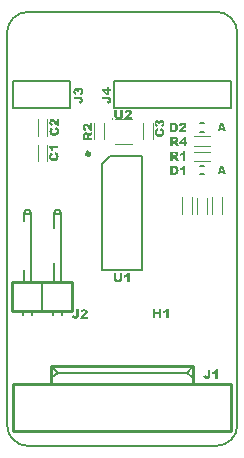
<source format=gto>
G04*
G04 #@! TF.GenerationSoftware,Altium Limited,Altium Designer,23.0.1 (38)*
G04*
G04 Layer_Color=65535*
%FSLAX24Y24*%
%MOIN*%
G70*
G04*
G04 #@! TF.SameCoordinates,212204B1-6FDB-4007-BCD0-930B6937FDD8*
G04*
G04*
G04 #@! TF.FilePolarity,Positive*
G04*
G01*
G75*
%ADD10C,0.0080*%
%ADD11C,0.0157*%
%ADD12C,0.0050*%
%ADD13C,0.0060*%
%ADD14C,0.0030*%
%ADD15C,0.0059*%
%ADD16C,0.0100*%
%ADD17C,0.0079*%
%ADD18C,0.0040*%
G36*
X7296Y10500D02*
X7214D01*
X7201Y10542D01*
X7112D01*
X7100Y10500D01*
X7020D01*
X7115Y10753D01*
X7201D01*
X7296Y10500D01*
D02*
G37*
G36*
Y9060D02*
X7214D01*
X7201Y9102D01*
X7112D01*
X7100Y9060D01*
X7020D01*
X7115Y9313D01*
X7201D01*
X7296Y9060D01*
D02*
G37*
G36*
X5974Y10118D02*
X6012D01*
Y10052D01*
X5974D01*
Y9995D01*
X5900D01*
Y10052D01*
X5746D01*
Y10121D01*
X5900Y10305D01*
X5974D01*
Y10118D01*
D02*
G37*
G36*
X5610Y10299D02*
X5620Y10298D01*
X5630Y10298D01*
X5641Y10296D01*
X5652Y10295D01*
X5661Y10292D01*
X5662Y10291D01*
X5665Y10290D01*
X5669Y10288D01*
X5674Y10286D01*
X5681Y10282D01*
X5687Y10277D01*
X5693Y10271D01*
X5698Y10264D01*
X5699Y10263D01*
X5701Y10261D01*
X5703Y10256D01*
X5706Y10250D01*
X5708Y10243D01*
X5711Y10235D01*
X5712Y10225D01*
X5713Y10215D01*
Y10214D01*
Y10210D01*
X5712Y10206D01*
X5712Y10200D01*
X5710Y10193D01*
X5708Y10186D01*
X5706Y10178D01*
X5702Y10171D01*
X5701Y10170D01*
X5700Y10168D01*
X5697Y10165D01*
X5694Y10160D01*
X5689Y10156D01*
X5684Y10151D01*
X5678Y10146D01*
X5672Y10141D01*
X5671Y10141D01*
X5669Y10140D01*
X5667Y10139D01*
X5663Y10137D01*
X5658Y10135D01*
X5653Y10133D01*
X5646Y10131D01*
X5639Y10129D01*
X5640D01*
X5642Y10128D01*
X5645Y10127D01*
X5648Y10126D01*
X5656Y10122D01*
X5660Y10120D01*
X5663Y10118D01*
X5664Y10118D01*
X5666Y10116D01*
X5667Y10115D01*
X5669Y10113D01*
X5672Y10110D01*
X5675Y10106D01*
X5678Y10102D01*
X5679Y10101D01*
X5680Y10100D01*
X5682Y10098D01*
X5684Y10095D01*
X5688Y10089D01*
X5690Y10086D01*
X5692Y10083D01*
X5738Y9995D01*
X5631D01*
X5581Y10088D01*
X5580Y10089D01*
X5579Y10091D01*
X5577Y10094D01*
X5575Y10098D01*
X5570Y10105D01*
X5566Y10109D01*
X5563Y10111D01*
X5563Y10112D01*
X5562Y10113D01*
X5560Y10114D01*
X5557Y10115D01*
X5554Y10116D01*
X5550Y10118D01*
X5545Y10118D01*
X5540Y10119D01*
X5532D01*
Y9995D01*
X5438D01*
Y10300D01*
X5606D01*
X5610Y10299D01*
D02*
G37*
G36*
X5944Y9505D02*
X5858D01*
Y9707D01*
X5857Y9707D01*
X5855Y9705D01*
X5851Y9702D01*
X5846Y9698D01*
X5840Y9694D01*
X5832Y9690D01*
X5825Y9685D01*
X5818Y9681D01*
X5817Y9681D01*
X5815Y9680D01*
X5810Y9678D01*
X5805Y9676D01*
X5797Y9673D01*
X5790Y9670D01*
X5780Y9667D01*
X5770Y9664D01*
Y9732D01*
X5770D01*
X5771Y9733D01*
X5774Y9734D01*
X5777Y9735D01*
X5780Y9736D01*
X5785Y9738D01*
X5794Y9742D01*
X5805Y9747D01*
X5816Y9752D01*
X5827Y9759D01*
X5836Y9766D01*
X5837D01*
X5837Y9767D01*
X5840Y9769D01*
X5845Y9773D01*
X5850Y9780D01*
X5856Y9786D01*
X5862Y9795D01*
X5868Y9804D01*
X5874Y9815D01*
X5944D01*
Y9505D01*
D02*
G37*
G36*
X5608Y9809D02*
X5618Y9808D01*
X5628Y9808D01*
X5639Y9806D01*
X5650Y9805D01*
X5659Y9802D01*
X5660Y9801D01*
X5663Y9800D01*
X5668Y9798D01*
X5673Y9796D01*
X5679Y9792D01*
X5685Y9787D01*
X5691Y9781D01*
X5696Y9774D01*
X5697Y9773D01*
X5699Y9771D01*
X5701Y9766D01*
X5704Y9760D01*
X5706Y9753D01*
X5709Y9745D01*
X5710Y9735D01*
X5711Y9725D01*
Y9724D01*
Y9720D01*
X5710Y9716D01*
X5710Y9710D01*
X5708Y9703D01*
X5706Y9696D01*
X5704Y9688D01*
X5700Y9681D01*
X5699Y9680D01*
X5698Y9678D01*
X5695Y9675D01*
X5692Y9670D01*
X5688Y9666D01*
X5683Y9661D01*
X5676Y9656D01*
X5670Y9651D01*
X5669Y9651D01*
X5668Y9650D01*
X5665Y9649D01*
X5661Y9647D01*
X5656Y9645D01*
X5651Y9643D01*
X5644Y9641D01*
X5637Y9639D01*
X5638D01*
X5640Y9638D01*
X5643Y9637D01*
X5646Y9636D01*
X5654Y9632D01*
X5658Y9630D01*
X5661Y9628D01*
X5663Y9628D01*
X5664Y9626D01*
X5665Y9625D01*
X5668Y9623D01*
X5670Y9620D01*
X5673Y9616D01*
X5676Y9612D01*
X5677Y9611D01*
X5678Y9610D01*
X5680Y9608D01*
X5682Y9605D01*
X5686Y9599D01*
X5688Y9596D01*
X5690Y9593D01*
X5736Y9505D01*
X5629D01*
X5579Y9598D01*
X5578Y9599D01*
X5577Y9601D01*
X5575Y9604D01*
X5573Y9608D01*
X5568Y9615D01*
X5564Y9619D01*
X5562Y9621D01*
X5561Y9622D01*
X5560Y9623D01*
X5558Y9624D01*
X5555Y9625D01*
X5552Y9626D01*
X5548Y9628D01*
X5543Y9628D01*
X5538Y9629D01*
X5530D01*
Y9505D01*
X5436D01*
Y9810D01*
X5604D01*
X5608Y9809D01*
D02*
G37*
G36*
X5944Y9035D02*
X5858D01*
Y9237D01*
X5857Y9237D01*
X5855Y9235D01*
X5851Y9232D01*
X5846Y9228D01*
X5840Y9224D01*
X5832Y9220D01*
X5825Y9215D01*
X5818Y9211D01*
X5817Y9211D01*
X5815Y9210D01*
X5810Y9208D01*
X5805Y9206D01*
X5797Y9203D01*
X5790Y9200D01*
X5780Y9197D01*
X5770Y9194D01*
Y9262D01*
X5770D01*
X5771Y9263D01*
X5774Y9264D01*
X5777Y9265D01*
X5780Y9266D01*
X5785Y9268D01*
X5794Y9272D01*
X5805Y9277D01*
X5816Y9282D01*
X5827Y9289D01*
X5836Y9296D01*
X5837D01*
X5837Y9297D01*
X5840Y9299D01*
X5845Y9304D01*
X5850Y9310D01*
X5856Y9316D01*
X5862Y9325D01*
X5868Y9334D01*
X5874Y9345D01*
X5944D01*
Y9035D01*
D02*
G37*
G36*
X5586Y9339D02*
X5590D01*
X5599Y9338D01*
X5610Y9337D01*
X5621Y9335D01*
X5633Y9332D01*
X5643Y9328D01*
X5643D01*
X5644Y9327D01*
X5647Y9326D01*
X5651Y9323D01*
X5658Y9320D01*
X5664Y9315D01*
X5671Y9310D01*
X5678Y9303D01*
X5685Y9296D01*
X5685Y9295D01*
X5688Y9292D01*
X5690Y9288D01*
X5694Y9282D01*
X5698Y9275D01*
X5702Y9266D01*
X5705Y9257D01*
X5709Y9247D01*
Y9246D01*
X5709Y9246D01*
Y9244D01*
X5710Y9242D01*
X5711Y9236D01*
X5712Y9229D01*
X5714Y9220D01*
X5715Y9210D01*
X5716Y9200D01*
X5716Y9188D01*
Y9187D01*
Y9186D01*
Y9184D01*
Y9180D01*
X5716Y9176D01*
Y9171D01*
X5715Y9160D01*
X5714Y9149D01*
X5711Y9136D01*
X5709Y9124D01*
X5705Y9113D01*
Y9112D01*
X5704Y9111D01*
X5702Y9108D01*
X5700Y9103D01*
X5697Y9097D01*
X5692Y9090D01*
X5687Y9083D01*
X5681Y9075D01*
X5674Y9068D01*
X5673Y9067D01*
X5670Y9065D01*
X5666Y9062D01*
X5661Y9058D01*
X5655Y9054D01*
X5648Y9050D01*
X5640Y9046D01*
X5632Y9043D01*
X5631D01*
X5631Y9043D01*
X5629D01*
X5627Y9042D01*
X5621Y9041D01*
X5613Y9039D01*
X5605Y9038D01*
X5595Y9037D01*
X5585Y9036D01*
X5575Y9035D01*
X5436D01*
Y9340D01*
X5582D01*
X5586Y9339D01*
D02*
G37*
G36*
X5868Y10774D02*
X5872D01*
X5882Y10773D01*
X5893Y10772D01*
X5905Y10770D01*
X5916Y10767D01*
X5926Y10764D01*
X5926D01*
X5927Y10763D01*
X5930Y10762D01*
X5935Y10760D01*
X5940Y10756D01*
X5946Y10752D01*
X5953Y10747D01*
X5960Y10740D01*
X5965Y10733D01*
X5966Y10732D01*
X5968Y10729D01*
X5970Y10725D01*
X5972Y10719D01*
X5975Y10712D01*
X5978Y10704D01*
X5979Y10695D01*
X5980Y10686D01*
Y10685D01*
Y10685D01*
Y10683D01*
Y10681D01*
X5979Y10676D01*
X5978Y10669D01*
X5976Y10661D01*
X5972Y10651D01*
X5969Y10642D01*
X5963Y10632D01*
X5963Y10631D01*
X5960Y10628D01*
X5956Y10623D01*
X5950Y10616D01*
X5941Y10608D01*
X5936Y10604D01*
X5931Y10599D01*
X5925Y10594D01*
X5919Y10588D01*
X5911Y10583D01*
X5904Y10577D01*
X5903Y10576D01*
X5900Y10574D01*
X5895Y10571D01*
X5890Y10567D01*
X5884Y10563D01*
X5878Y10559D01*
X5873Y10555D01*
X5869Y10552D01*
X5869Y10551D01*
X5868Y10551D01*
X5866Y10549D01*
X5864Y10548D01*
X5858Y10541D01*
X5849Y10534D01*
X5982D01*
Y10465D01*
X5728D01*
Y10466D01*
Y10467D01*
X5728Y10469D01*
X5729Y10472D01*
X5729Y10475D01*
X5730Y10479D01*
X5733Y10488D01*
X5736Y10499D01*
X5741Y10510D01*
X5747Y10523D01*
X5754Y10535D01*
X5754Y10536D01*
X5755Y10537D01*
X5756Y10539D01*
X5758Y10541D01*
X5761Y10544D01*
X5764Y10548D01*
X5768Y10553D01*
X5773Y10558D01*
X5778Y10563D01*
X5784Y10569D01*
X5790Y10575D01*
X5798Y10583D01*
X5807Y10590D01*
X5816Y10598D01*
X5826Y10605D01*
X5837Y10614D01*
X5838Y10614D01*
X5839Y10615D01*
X5840Y10616D01*
X5843Y10618D01*
X5849Y10623D01*
X5857Y10629D01*
X5865Y10636D01*
X5873Y10643D01*
X5880Y10650D01*
X5883Y10653D01*
X5885Y10656D01*
X5885Y10656D01*
X5886Y10658D01*
X5888Y10661D01*
X5890Y10665D01*
X5892Y10669D01*
X5894Y10674D01*
X5895Y10678D01*
X5895Y10683D01*
Y10684D01*
Y10685D01*
X5895Y10688D01*
X5894Y10691D01*
X5893Y10695D01*
X5891Y10699D01*
X5888Y10703D01*
X5885Y10707D01*
X5884Y10707D01*
X5883Y10709D01*
X5881Y10710D01*
X5878Y10712D01*
X5874Y10714D01*
X5869Y10715D01*
X5864Y10716D01*
X5859Y10717D01*
X5856D01*
X5853Y10716D01*
X5849Y10716D01*
X5845Y10714D01*
X5841Y10712D01*
X5837Y10710D01*
X5832Y10706D01*
X5832Y10706D01*
X5830Y10705D01*
X5829Y10702D01*
X5827Y10698D01*
X5824Y10693D01*
X5822Y10687D01*
X5820Y10680D01*
X5819Y10671D01*
X5734Y10677D01*
Y10678D01*
Y10679D01*
X5734Y10681D01*
X5735Y10684D01*
X5736Y10690D01*
X5738Y10698D01*
X5741Y10707D01*
X5743Y10716D01*
X5747Y10725D01*
X5752Y10733D01*
X5752Y10734D01*
X5754Y10736D01*
X5757Y10740D01*
X5762Y10744D01*
X5767Y10749D01*
X5773Y10754D01*
X5780Y10759D01*
X5789Y10763D01*
X5790D01*
X5790Y10764D01*
X5794Y10765D01*
X5799Y10767D01*
X5807Y10769D01*
X5817Y10771D01*
X5828Y10773D01*
X5842Y10774D01*
X5857Y10775D01*
X5864D01*
X5868Y10774D01*
D02*
G37*
G36*
X5568Y10769D02*
X5572D01*
X5581Y10768D01*
X5592Y10767D01*
X5603Y10765D01*
X5615Y10762D01*
X5625Y10758D01*
X5625D01*
X5626Y10757D01*
X5629Y10756D01*
X5633Y10753D01*
X5640Y10750D01*
X5646Y10745D01*
X5653Y10740D01*
X5660Y10733D01*
X5667Y10726D01*
X5667Y10725D01*
X5669Y10722D01*
X5672Y10718D01*
X5676Y10712D01*
X5680Y10705D01*
X5684Y10696D01*
X5687Y10687D01*
X5691Y10677D01*
Y10676D01*
X5691Y10676D01*
Y10674D01*
X5692Y10672D01*
X5693Y10666D01*
X5694Y10659D01*
X5696Y10650D01*
X5697Y10640D01*
X5698Y10630D01*
X5698Y10618D01*
Y10618D01*
Y10616D01*
Y10614D01*
Y10610D01*
X5698Y10606D01*
Y10601D01*
X5697Y10590D01*
X5696Y10579D01*
X5693Y10566D01*
X5691Y10554D01*
X5687Y10543D01*
Y10542D01*
X5686Y10541D01*
X5684Y10538D01*
X5682Y10533D01*
X5679Y10527D01*
X5674Y10520D01*
X5669Y10513D01*
X5663Y10505D01*
X5656Y10498D01*
X5654Y10497D01*
X5652Y10495D01*
X5648Y10492D01*
X5643Y10488D01*
X5637Y10484D01*
X5630Y10480D01*
X5622Y10476D01*
X5614Y10473D01*
X5613D01*
X5613Y10473D01*
X5611D01*
X5609Y10472D01*
X5603Y10471D01*
X5595Y10469D01*
X5587Y10468D01*
X5577Y10467D01*
X5567Y10466D01*
X5557Y10465D01*
X5418D01*
Y10770D01*
X5564D01*
X5568Y10769D01*
D02*
G37*
G36*
X1712Y9925D02*
X1510D01*
X1511Y9923D01*
X1513Y9921D01*
X1516Y9917D01*
X1519Y9912D01*
X1523Y9906D01*
X1528Y9898D01*
X1532Y9891D01*
X1536Y9884D01*
X1537Y9883D01*
X1538Y9881D01*
X1539Y9876D01*
X1542Y9871D01*
X1544Y9863D01*
X1548Y9856D01*
X1551Y9846D01*
X1554Y9836D01*
X1485D01*
Y9836D01*
X1485Y9837D01*
X1483Y9840D01*
X1483Y9843D01*
X1481Y9846D01*
X1480Y9851D01*
X1476Y9860D01*
X1471Y9871D01*
X1465Y9882D01*
X1459Y9893D01*
X1452Y9902D01*
Y9903D01*
X1451Y9903D01*
X1448Y9906D01*
X1444Y9911D01*
X1438Y9916D01*
X1431Y9922D01*
X1423Y9928D01*
X1413Y9935D01*
X1403Y9940D01*
Y10010D01*
X1712D01*
Y9925D01*
D02*
G37*
G36*
X1614Y9786D02*
X1616Y9785D01*
X1618Y9785D01*
X1625Y9783D01*
X1633Y9780D01*
X1642Y9776D01*
X1652Y9771D01*
X1661Y9766D01*
X1670Y9760D01*
X1672Y9759D01*
X1674Y9756D01*
X1678Y9753D01*
X1684Y9747D01*
X1689Y9741D01*
X1695Y9734D01*
X1700Y9725D01*
X1705Y9715D01*
Y9715D01*
X1706Y9714D01*
X1707Y9713D01*
X1707Y9711D01*
X1709Y9705D01*
X1711Y9697D01*
X1713Y9688D01*
X1715Y9676D01*
X1717Y9663D01*
X1717Y9648D01*
Y9640D01*
X1717Y9635D01*
Y9631D01*
X1716Y9625D01*
X1715Y9619D01*
X1714Y9607D01*
X1711Y9593D01*
X1708Y9579D01*
X1703Y9567D01*
Y9566D01*
X1703Y9565D01*
X1702Y9564D01*
X1700Y9562D01*
X1697Y9555D01*
X1692Y9548D01*
X1684Y9540D01*
X1676Y9531D01*
X1665Y9522D01*
X1653Y9513D01*
X1652D01*
X1651Y9512D01*
X1649Y9511D01*
X1646Y9509D01*
X1643Y9508D01*
X1638Y9506D01*
X1633Y9503D01*
X1627Y9502D01*
X1621Y9499D01*
X1614Y9497D01*
X1606Y9496D01*
X1598Y9493D01*
X1589Y9492D01*
X1579Y9491D01*
X1559Y9490D01*
X1558D01*
X1556D01*
X1552Y9491D01*
X1547D01*
X1541Y9491D01*
X1533Y9492D01*
X1526Y9493D01*
X1517Y9495D01*
X1507Y9497D01*
X1498Y9500D01*
X1488Y9503D01*
X1478Y9507D01*
X1469Y9512D01*
X1460Y9517D01*
X1451Y9523D01*
X1443Y9530D01*
X1443Y9531D01*
X1442Y9532D01*
X1440Y9534D01*
X1437Y9537D01*
X1434Y9542D01*
X1431Y9547D01*
X1427Y9552D01*
X1423Y9559D01*
X1420Y9567D01*
X1416Y9575D01*
X1412Y9585D01*
X1409Y9595D01*
X1407Y9606D01*
X1405Y9618D01*
X1403Y9630D01*
X1403Y9644D01*
Y9649D01*
X1403Y9653D01*
Y9658D01*
X1404Y9664D01*
X1405Y9670D01*
X1406Y9676D01*
X1408Y9691D01*
X1413Y9706D01*
X1418Y9721D01*
X1422Y9728D01*
X1426Y9734D01*
Y9735D01*
X1427Y9736D01*
X1428Y9738D01*
X1431Y9740D01*
X1433Y9743D01*
X1436Y9746D01*
X1440Y9749D01*
X1444Y9753D01*
X1448Y9757D01*
X1454Y9761D01*
X1460Y9765D01*
X1466Y9769D01*
X1473Y9773D01*
X1481Y9777D01*
X1489Y9780D01*
X1498Y9784D01*
X1516Y9700D01*
X1516D01*
X1514Y9700D01*
X1511Y9699D01*
X1508Y9698D01*
X1502Y9694D01*
X1499Y9693D01*
X1496Y9691D01*
X1496Y9690D01*
X1495Y9690D01*
X1492Y9688D01*
X1490Y9685D01*
X1485Y9679D01*
X1480Y9671D01*
X1479Y9671D01*
X1478Y9670D01*
X1477Y9667D01*
X1476Y9664D01*
X1475Y9660D01*
X1475Y9656D01*
X1473Y9651D01*
Y9643D01*
X1474Y9641D01*
X1475Y9635D01*
X1477Y9628D01*
X1480Y9620D01*
X1485Y9612D01*
X1491Y9604D01*
X1495Y9600D01*
X1500Y9597D01*
X1501Y9597D01*
X1503Y9595D01*
X1508Y9593D01*
X1514Y9591D01*
X1522Y9588D01*
X1532Y9587D01*
X1544Y9585D01*
X1559Y9584D01*
X1559D01*
X1561D01*
X1564D01*
X1567D01*
X1571Y9585D01*
X1576D01*
X1587Y9586D01*
X1598Y9588D01*
X1609Y9590D01*
X1620Y9594D01*
X1624Y9597D01*
X1628Y9599D01*
X1629Y9600D01*
X1631Y9602D01*
X1634Y9606D01*
X1637Y9610D01*
X1641Y9617D01*
X1644Y9624D01*
X1646Y9633D01*
X1647Y9643D01*
Y9647D01*
X1646Y9652D01*
X1645Y9658D01*
X1643Y9665D01*
X1640Y9671D01*
X1637Y9678D01*
X1632Y9684D01*
X1631Y9684D01*
X1629Y9686D01*
X1625Y9689D01*
X1620Y9691D01*
X1614Y9695D01*
X1607Y9698D01*
X1598Y9701D01*
X1587Y9704D01*
X1613Y9786D01*
X1613D01*
X1614Y9786D01*
D02*
G37*
G36*
X2395Y4382D02*
Y4381D01*
Y4380D01*
Y4377D01*
Y4374D01*
Y4369D01*
X2395Y4364D01*
X2394Y4353D01*
X2393Y4340D01*
X2391Y4326D01*
X2389Y4314D01*
X2388Y4308D01*
X2386Y4303D01*
Y4302D01*
X2385Y4301D01*
X2384Y4298D01*
X2381Y4293D01*
X2378Y4286D01*
X2373Y4279D01*
X2366Y4272D01*
X2358Y4264D01*
X2349Y4257D01*
X2348D01*
X2348Y4256D01*
X2346Y4255D01*
X2344Y4254D01*
X2341Y4252D01*
X2338Y4251D01*
X2329Y4248D01*
X2319Y4244D01*
X2307Y4241D01*
X2293Y4239D01*
X2277Y4238D01*
X2269D01*
X2265Y4239D01*
X2261D01*
X2251Y4240D01*
X2239Y4241D01*
X2228Y4243D01*
X2216Y4247D01*
X2206Y4250D01*
X2204Y4251D01*
X2202Y4253D01*
X2197Y4255D01*
X2191Y4259D01*
X2185Y4265D01*
X2179Y4271D01*
X2172Y4278D01*
X2167Y4286D01*
Y4287D01*
X2166Y4288D01*
X2164Y4291D01*
X2162Y4296D01*
X2159Y4303D01*
X2157Y4312D01*
X2154Y4322D01*
X2152Y4334D01*
X2151Y4346D01*
X2240Y4359D01*
Y4358D01*
Y4355D01*
Y4351D01*
X2241Y4347D01*
X2242Y4337D01*
X2243Y4333D01*
X2244Y4328D01*
Y4328D01*
X2244Y4326D01*
X2245Y4325D01*
X2247Y4323D01*
X2250Y4318D01*
X2255Y4313D01*
X2256Y4313D01*
X2259Y4311D01*
X2264Y4310D01*
X2270Y4309D01*
X2273D01*
X2276Y4310D01*
X2279Y4311D01*
X2283Y4312D01*
X2287Y4314D01*
X2290Y4317D01*
X2293Y4321D01*
X2294Y4321D01*
X2294Y4323D01*
X2295Y4326D01*
X2297Y4330D01*
X2299Y4336D01*
X2300Y4343D01*
X2300Y4351D01*
X2301Y4360D01*
Y4547D01*
X2395D01*
Y4382D01*
D02*
G37*
G36*
X2578Y4552D02*
X2582D01*
X2592Y4551D01*
X2603Y4550D01*
X2615Y4548D01*
X2626Y4545D01*
X2636Y4542D01*
X2637D01*
X2637Y4541D01*
X2640Y4540D01*
X2645Y4537D01*
X2651Y4534D01*
X2657Y4530D01*
X2663Y4525D01*
X2670Y4518D01*
X2676Y4511D01*
X2676Y4510D01*
X2678Y4507D01*
X2680Y4503D01*
X2683Y4497D01*
X2686Y4490D01*
X2688Y4482D01*
X2689Y4473D01*
X2690Y4464D01*
Y4463D01*
Y4462D01*
Y4461D01*
Y4459D01*
X2689Y4454D01*
X2688Y4446D01*
X2686Y4439D01*
X2683Y4429D01*
X2679Y4420D01*
X2673Y4410D01*
X2673Y4409D01*
X2670Y4406D01*
X2666Y4401D01*
X2660Y4394D01*
X2652Y4386D01*
X2647Y4381D01*
X2642Y4376D01*
X2636Y4371D01*
X2629Y4366D01*
X2622Y4360D01*
X2614Y4355D01*
X2613Y4354D01*
X2610Y4352D01*
X2606Y4349D01*
X2600Y4345D01*
X2595Y4341D01*
X2588Y4337D01*
X2583Y4333D01*
X2580Y4330D01*
X2579Y4329D01*
X2578Y4329D01*
X2576Y4327D01*
X2574Y4325D01*
X2568Y4319D01*
X2560Y4312D01*
X2692D01*
Y4243D01*
X2438D01*
Y4244D01*
Y4245D01*
X2439Y4247D01*
X2439Y4249D01*
X2440Y4253D01*
X2440Y4257D01*
X2443Y4266D01*
X2446Y4277D01*
X2451Y4288D01*
X2457Y4301D01*
X2464Y4313D01*
X2465Y4314D01*
X2465Y4315D01*
X2466Y4316D01*
X2469Y4319D01*
X2471Y4322D01*
X2474Y4326D01*
X2479Y4330D01*
X2483Y4335D01*
X2488Y4341D01*
X2494Y4347D01*
X2501Y4353D01*
X2509Y4360D01*
X2517Y4368D01*
X2526Y4375D01*
X2536Y4383D01*
X2547Y4391D01*
X2548Y4392D01*
X2549Y4392D01*
X2551Y4394D01*
X2554Y4396D01*
X2560Y4401D01*
X2567Y4407D01*
X2575Y4414D01*
X2583Y4421D01*
X2590Y4427D01*
X2593Y4431D01*
X2595Y4434D01*
X2596Y4434D01*
X2597Y4436D01*
X2598Y4439D01*
X2601Y4442D01*
X2602Y4446D01*
X2604Y4451D01*
X2605Y4456D01*
X2606Y4461D01*
Y4461D01*
Y4463D01*
X2605Y4466D01*
X2605Y4469D01*
X2603Y4473D01*
X2601Y4477D01*
X2598Y4481D01*
X2595Y4485D01*
X2595Y4485D01*
X2593Y4486D01*
X2591Y4488D01*
X2588Y4490D01*
X2584Y4491D01*
X2580Y4493D01*
X2575Y4494D01*
X2569Y4495D01*
X2566D01*
X2564Y4494D01*
X2560Y4494D01*
X2556Y4492D01*
X2551Y4490D01*
X2547Y4487D01*
X2542Y4484D01*
X2542Y4484D01*
X2541Y4482D01*
X2539Y4480D01*
X2537Y4476D01*
X2535Y4471D01*
X2532Y4465D01*
X2531Y4457D01*
X2529Y4449D01*
X2444Y4455D01*
Y4456D01*
Y4457D01*
X2445Y4459D01*
X2445Y4461D01*
X2446Y4467D01*
X2448Y4476D01*
X2451Y4485D01*
X2454Y4494D01*
X2457Y4502D01*
X2462Y4511D01*
X2462Y4512D01*
X2464Y4514D01*
X2467Y4517D01*
X2472Y4522D01*
X2477Y4527D01*
X2484Y4532D01*
X2491Y4537D01*
X2500Y4541D01*
X2500D01*
X2501Y4542D01*
X2504Y4543D01*
X2510Y4545D01*
X2517Y4547D01*
X2527Y4549D01*
X2539Y4551D01*
X2552Y4552D01*
X2567Y4552D01*
X2574D01*
X2578Y4552D01*
D02*
G37*
G36*
X6782Y2377D02*
Y2376D01*
Y2374D01*
Y2372D01*
Y2368D01*
Y2364D01*
X6781Y2359D01*
X6781Y2347D01*
X6780Y2334D01*
X6778Y2321D01*
X6776Y2308D01*
X6774Y2303D01*
X6773Y2297D01*
Y2297D01*
X6772Y2296D01*
X6771Y2293D01*
X6768Y2288D01*
X6764Y2281D01*
X6759Y2274D01*
X6753Y2266D01*
X6745Y2258D01*
X6735Y2251D01*
X6735D01*
X6734Y2251D01*
X6733Y2250D01*
X6730Y2248D01*
X6728Y2247D01*
X6724Y2246D01*
X6716Y2242D01*
X6706Y2238D01*
X6694Y2236D01*
X6679Y2233D01*
X6664Y2233D01*
X6656D01*
X6652Y2233D01*
X6648D01*
X6638Y2235D01*
X6626Y2236D01*
X6614Y2238D01*
X6603Y2241D01*
X6592Y2245D01*
X6591Y2246D01*
X6588Y2247D01*
X6583Y2250D01*
X6578Y2254D01*
X6572Y2260D01*
X6565Y2266D01*
X6559Y2273D01*
X6553Y2281D01*
Y2282D01*
X6553Y2282D01*
X6551Y2286D01*
X6549Y2291D01*
X6546Y2298D01*
X6543Y2307D01*
X6541Y2317D01*
X6538Y2328D01*
X6537Y2341D01*
X6627Y2353D01*
Y2352D01*
Y2350D01*
Y2346D01*
X6628Y2342D01*
X6629Y2332D01*
X6629Y2327D01*
X6630Y2323D01*
Y2322D01*
X6631Y2321D01*
X6632Y2320D01*
X6633Y2317D01*
X6637Y2312D01*
X6642Y2308D01*
X6643Y2307D01*
X6645Y2306D01*
X6650Y2305D01*
X6657Y2304D01*
X6660D01*
X6663Y2305D01*
X6666Y2306D01*
X6669Y2307D01*
X6673Y2309D01*
X6677Y2312D01*
X6680Y2316D01*
X6680Y2316D01*
X6681Y2318D01*
X6682Y2321D01*
X6684Y2325D01*
X6685Y2331D01*
X6686Y2337D01*
X6687Y2346D01*
X6688Y2355D01*
Y2542D01*
X6782D01*
Y2377D01*
D02*
G37*
G36*
X7023Y2238D02*
X6937D01*
Y2440D01*
X6936Y2439D01*
X6934Y2437D01*
X6930Y2434D01*
X6925Y2431D01*
X6918Y2427D01*
X6911Y2422D01*
X6904Y2418D01*
X6897Y2414D01*
X6896Y2413D01*
X6894Y2412D01*
X6889Y2411D01*
X6884Y2408D01*
X6876Y2406D01*
X6869Y2402D01*
X6859Y2399D01*
X6849Y2396D01*
Y2465D01*
X6849D01*
X6850Y2465D01*
X6852Y2467D01*
X6856Y2467D01*
X6859Y2469D01*
X6864Y2470D01*
X6873Y2474D01*
X6884Y2479D01*
X6895Y2485D01*
X6906Y2491D01*
X6915Y2498D01*
X6916D01*
X6916Y2499D01*
X6919Y2502D01*
X6923Y2506D01*
X6929Y2512D01*
X6935Y2519D01*
X6941Y2527D01*
X6947Y2537D01*
X6953Y2547D01*
X7023D01*
Y2238D01*
D02*
G37*
G36*
X3844Y5575D02*
Y5575D01*
Y5574D01*
Y5571D01*
X3844Y5566D01*
X3843Y5559D01*
X3842Y5551D01*
X3841Y5543D01*
X3838Y5534D01*
X3836Y5524D01*
X3835Y5523D01*
X3834Y5520D01*
X3832Y5516D01*
X3829Y5510D01*
X3826Y5504D01*
X3821Y5497D01*
X3816Y5489D01*
X3809Y5483D01*
X3808Y5482D01*
X3806Y5480D01*
X3802Y5477D01*
X3798Y5473D01*
X3792Y5469D01*
X3786Y5465D01*
X3779Y5461D01*
X3772Y5458D01*
X3771D01*
X3771Y5457D01*
X3769Y5457D01*
X3767Y5456D01*
X3761Y5454D01*
X3753Y5453D01*
X3743Y5451D01*
X3732Y5449D01*
X3720Y5448D01*
X3706Y5448D01*
X3697D01*
X3691Y5448D01*
X3684D01*
X3676Y5449D01*
X3667Y5450D01*
X3657Y5451D01*
X3656D01*
X3652Y5452D01*
X3647Y5452D01*
X3642Y5454D01*
X3635Y5455D01*
X3627Y5457D01*
X3620Y5460D01*
X3613Y5463D01*
X3612Y5463D01*
X3610Y5464D01*
X3607Y5467D01*
X3602Y5469D01*
X3597Y5473D01*
X3592Y5478D01*
X3586Y5483D01*
X3581Y5489D01*
X3580Y5489D01*
X3579Y5491D01*
X3576Y5495D01*
X3573Y5500D01*
X3570Y5505D01*
X3566Y5511D01*
X3563Y5518D01*
X3561Y5524D01*
Y5525D01*
X3560Y5525D01*
Y5527D01*
X3560Y5529D01*
X3558Y5535D01*
X3557Y5541D01*
X3555Y5549D01*
X3554Y5558D01*
X3553Y5567D01*
X3552Y5575D01*
Y5757D01*
X3646D01*
Y5571D01*
Y5570D01*
Y5568D01*
X3647Y5563D01*
X3648Y5557D01*
X3650Y5551D01*
X3652Y5545D01*
X3655Y5538D01*
X3660Y5533D01*
X3660Y5532D01*
X3662Y5530D01*
X3665Y5528D01*
X3670Y5526D01*
X3675Y5523D01*
X3682Y5521D01*
X3690Y5519D01*
X3698Y5519D01*
X3702D01*
X3707Y5519D01*
X3712Y5520D01*
X3718Y5522D01*
X3725Y5524D01*
X3731Y5528D01*
X3737Y5532D01*
X3737Y5533D01*
X3739Y5535D01*
X3741Y5538D01*
X3744Y5542D01*
X3746Y5548D01*
X3748Y5555D01*
X3750Y5563D01*
X3751Y5571D01*
Y5757D01*
X3844D01*
Y5575D01*
D02*
G37*
G36*
X4085Y5453D02*
X3999D01*
Y5655D01*
X3998Y5654D01*
X3996Y5652D01*
X3991Y5649D01*
X3986Y5645D01*
X3980Y5641D01*
X3973Y5637D01*
X3966Y5632D01*
X3959Y5629D01*
X3958Y5628D01*
X3955Y5627D01*
X3951Y5625D01*
X3945Y5623D01*
X3938Y5620D01*
X3930Y5617D01*
X3921Y5614D01*
X3910Y5611D01*
Y5680D01*
X3911D01*
X3912Y5680D01*
X3914Y5681D01*
X3918Y5682D01*
X3921Y5684D01*
X3925Y5685D01*
X3935Y5689D01*
X3945Y5694D01*
X3956Y5700D01*
X3968Y5706D01*
X3977Y5713D01*
X3978D01*
X3978Y5714D01*
X3981Y5716D01*
X3985Y5721D01*
X3991Y5727D01*
X3997Y5733D01*
X4003Y5742D01*
X4009Y5751D01*
X4015Y5762D01*
X4085D01*
Y5453D01*
D02*
G37*
G36*
X3868Y11015D02*
Y11015D01*
Y11014D01*
Y11011D01*
X3867Y11006D01*
X3867Y10999D01*
X3866Y10991D01*
X3864Y10983D01*
X3862Y10974D01*
X3859Y10964D01*
X3858Y10963D01*
X3857Y10960D01*
X3856Y10956D01*
X3852Y10950D01*
X3849Y10944D01*
X3844Y10936D01*
X3839Y10929D01*
X3832Y10923D01*
X3832Y10922D01*
X3829Y10920D01*
X3826Y10917D01*
X3821Y10913D01*
X3816Y10909D01*
X3809Y10905D01*
X3802Y10901D01*
X3795Y10898D01*
X3795D01*
X3794Y10897D01*
X3792Y10897D01*
X3790Y10896D01*
X3785Y10894D01*
X3776Y10893D01*
X3767Y10891D01*
X3756Y10889D01*
X3743Y10888D01*
X3729Y10888D01*
X3721D01*
X3715Y10888D01*
X3707D01*
X3699Y10889D01*
X3690Y10890D01*
X3680Y10891D01*
X3679D01*
X3676Y10892D01*
X3671Y10892D01*
X3665Y10894D01*
X3658Y10895D01*
X3651Y10897D01*
X3644Y10900D01*
X3636Y10903D01*
X3636Y10903D01*
X3634Y10904D01*
X3630Y10907D01*
X3626Y10909D01*
X3621Y10913D01*
X3615Y10918D01*
X3610Y10923D01*
X3604Y10929D01*
X3604Y10929D01*
X3602Y10932D01*
X3599Y10935D01*
X3596Y10940D01*
X3593Y10945D01*
X3590Y10951D01*
X3586Y10958D01*
X3584Y10964D01*
Y10965D01*
X3584Y10965D01*
Y10967D01*
X3583Y10969D01*
X3581Y10975D01*
X3580Y10981D01*
X3579Y10989D01*
X3577Y10998D01*
X3576Y11007D01*
X3576Y11015D01*
Y11197D01*
X3670D01*
Y11011D01*
Y11010D01*
Y11008D01*
X3670Y11003D01*
X3671Y10997D01*
X3673Y10991D01*
X3675Y10985D01*
X3679Y10978D01*
X3683Y10973D01*
X3684Y10972D01*
X3686Y10970D01*
X3689Y10968D01*
X3693Y10966D01*
X3699Y10963D01*
X3705Y10961D01*
X3713Y10959D01*
X3722Y10959D01*
X3726D01*
X3730Y10959D01*
X3736Y10960D01*
X3742Y10962D01*
X3748Y10964D01*
X3755Y10968D01*
X3760Y10972D01*
X3761Y10973D01*
X3762Y10975D01*
X3765Y10978D01*
X3767Y10982D01*
X3770Y10988D01*
X3772Y10995D01*
X3773Y11003D01*
X3774Y11011D01*
Y11197D01*
X3868D01*
Y11015D01*
D02*
G37*
G36*
X4050Y11201D02*
X4054D01*
X4064Y11201D01*
X4075Y11199D01*
X4087Y11197D01*
X4098Y11195D01*
X4108Y11191D01*
X4109D01*
X4109Y11191D01*
X4112Y11190D01*
X4117Y11187D01*
X4123Y11183D01*
X4129Y11179D01*
X4135Y11174D01*
X4142Y11167D01*
X4148Y11160D01*
X4148Y11159D01*
X4150Y11156D01*
X4152Y11152D01*
X4155Y11146D01*
X4157Y11140D01*
X4160Y11131D01*
X4161Y11122D01*
X4162Y11113D01*
Y11112D01*
Y11112D01*
Y11110D01*
Y11109D01*
X4161Y11103D01*
X4160Y11096D01*
X4158Y11088D01*
X4155Y11079D01*
X4151Y11069D01*
X4145Y11060D01*
X4145Y11059D01*
X4142Y11055D01*
X4138Y11050D01*
X4132Y11044D01*
X4124Y11035D01*
X4119Y11031D01*
X4114Y11026D01*
X4108Y11021D01*
X4101Y11015D01*
X4094Y11010D01*
X4086Y11004D01*
X4085Y11004D01*
X4082Y11001D01*
X4078Y10998D01*
X4072Y10994D01*
X4066Y10990D01*
X4060Y10986D01*
X4055Y10983D01*
X4051Y10979D01*
X4051Y10979D01*
X4050Y10978D01*
X4048Y10976D01*
X4046Y10975D01*
X4040Y10969D01*
X4032Y10961D01*
X4164D01*
Y10893D01*
X3910D01*
Y10893D01*
Y10894D01*
X3911Y10897D01*
X3911Y10899D01*
X3912Y10902D01*
X3912Y10906D01*
X3915Y10915D01*
X3918Y10926D01*
X3923Y10938D01*
X3929Y10950D01*
X3936Y10963D01*
X3937Y10963D01*
X3937Y10964D01*
X3938Y10966D01*
X3940Y10969D01*
X3943Y10971D01*
X3946Y10975D01*
X3950Y10980D01*
X3955Y10985D01*
X3960Y10990D01*
X3966Y10996D01*
X3973Y11003D01*
X3980Y11010D01*
X3989Y11017D01*
X3998Y11025D01*
X4008Y11033D01*
X4019Y11041D01*
X4020Y11041D01*
X4021Y11042D01*
X4023Y11044D01*
X4025Y11045D01*
X4032Y11050D01*
X4039Y11056D01*
X4047Y11064D01*
X4055Y11070D01*
X4062Y11077D01*
X4065Y11080D01*
X4067Y11083D01*
X4068Y11084D01*
X4069Y11085D01*
X4070Y11088D01*
X4073Y11092D01*
X4074Y11096D01*
X4076Y11101D01*
X4077Y11105D01*
X4078Y11110D01*
Y11111D01*
Y11112D01*
X4077Y11115D01*
X4076Y11119D01*
X4075Y11122D01*
X4073Y11126D01*
X4070Y11130D01*
X4067Y11134D01*
X4066Y11135D01*
X4065Y11136D01*
X4063Y11137D01*
X4060Y11139D01*
X4056Y11141D01*
X4051Y11142D01*
X4046Y11144D01*
X4041Y11144D01*
X4038D01*
X4035Y11144D01*
X4032Y11143D01*
X4028Y11141D01*
X4023Y11140D01*
X4019Y11137D01*
X4014Y11134D01*
X4014Y11133D01*
X4013Y11132D01*
X4011Y11129D01*
X4009Y11125D01*
X4007Y11120D01*
X4004Y11114D01*
X4003Y11107D01*
X4001Y11098D01*
X3916Y11105D01*
Y11105D01*
Y11106D01*
X3917Y11108D01*
X3917Y11111D01*
X3918Y11117D01*
X3920Y11125D01*
X3923Y11134D01*
X3925Y11143D01*
X3929Y11152D01*
X3934Y11160D01*
X3934Y11161D01*
X3936Y11163D01*
X3939Y11167D01*
X3944Y11171D01*
X3949Y11176D01*
X3955Y11181D01*
X3963Y11186D01*
X3972Y11191D01*
X3972D01*
X3973Y11191D01*
X3976Y11192D01*
X3982Y11194D01*
X3989Y11196D01*
X3999Y11198D01*
X4010Y11200D01*
X4024Y11201D01*
X4039Y11202D01*
X4046D01*
X4050Y11201D01*
D02*
G37*
G36*
X3405Y11912D02*
X3462D01*
Y11838D01*
X3405D01*
Y11684D01*
X3336D01*
X3153Y11838D01*
Y11912D01*
X3340D01*
Y11951D01*
X3405D01*
Y11912D01*
D02*
G37*
G36*
X3341Y11643D02*
X3353Y11643D01*
X3365Y11641D01*
X3379Y11640D01*
X3392Y11638D01*
X3397Y11636D01*
X3403Y11634D01*
X3403D01*
X3404Y11634D01*
X3407Y11633D01*
X3412Y11630D01*
X3419Y11626D01*
X3426Y11621D01*
X3434Y11615D01*
X3442Y11606D01*
X3449Y11597D01*
Y11596D01*
X3449Y11596D01*
X3450Y11594D01*
X3452Y11592D01*
X3453Y11589D01*
X3454Y11586D01*
X3458Y11578D01*
X3462Y11568D01*
X3464Y11555D01*
X3467Y11541D01*
X3467Y11525D01*
Y11518D01*
X3467Y11514D01*
Y11509D01*
X3465Y11499D01*
X3464Y11488D01*
X3462Y11476D01*
X3459Y11464D01*
X3455Y11454D01*
X3454Y11453D01*
X3453Y11450D01*
X3450Y11445D01*
X3446Y11439D01*
X3440Y11433D01*
X3434Y11427D01*
X3427Y11421D01*
X3419Y11415D01*
X3418D01*
X3418Y11414D01*
X3414Y11413D01*
X3409Y11411D01*
X3402Y11408D01*
X3393Y11405D01*
X3383Y11402D01*
X3372Y11400D01*
X3359Y11399D01*
X3347Y11489D01*
X3348D01*
X3350D01*
X3354D01*
X3358Y11489D01*
X3368Y11490D01*
X3373Y11491D01*
X3377Y11492D01*
X3378D01*
X3379Y11493D01*
X3380Y11494D01*
X3383Y11495D01*
X3388Y11498D01*
X3392Y11503D01*
X3393Y11504D01*
X3394Y11507D01*
X3395Y11512D01*
X3396Y11519D01*
Y11522D01*
X3395Y11524D01*
X3394Y11528D01*
X3393Y11531D01*
X3391Y11535D01*
X3388Y11539D01*
X3384Y11542D01*
X3384Y11542D01*
X3382Y11543D01*
X3379Y11544D01*
X3375Y11545D01*
X3369Y11547D01*
X3363Y11548D01*
X3354Y11549D01*
X3345Y11549D01*
X3158D01*
Y11644D01*
X3323D01*
X3324D01*
X3326D01*
X3328D01*
X3332D01*
X3336D01*
X3341Y11643D01*
D02*
G37*
G36*
X2845Y10492D02*
X2844D01*
X2843D01*
X2841Y10493D01*
X2838Y10494D01*
X2835Y10494D01*
X2831Y10495D01*
X2822Y10497D01*
X2811Y10501D01*
X2800Y10505D01*
X2787Y10511D01*
X2775Y10519D01*
X2774Y10519D01*
X2773Y10520D01*
X2771Y10521D01*
X2769Y10523D01*
X2766Y10526D01*
X2762Y10529D01*
X2757Y10533D01*
X2752Y10537D01*
X2747Y10542D01*
X2741Y10549D01*
X2735Y10555D01*
X2727Y10563D01*
X2720Y10571D01*
X2712Y10581D01*
X2705Y10591D01*
X2696Y10602D01*
X2696Y10602D01*
X2695Y10603D01*
X2694Y10605D01*
X2692Y10608D01*
X2687Y10614D01*
X2681Y10622D01*
X2674Y10630D01*
X2667Y10638D01*
X2660Y10645D01*
X2657Y10647D01*
X2654Y10650D01*
X2654Y10650D01*
X2652Y10651D01*
X2649Y10653D01*
X2645Y10655D01*
X2641Y10657D01*
X2636Y10658D01*
X2632Y10660D01*
X2627Y10660D01*
X2626D01*
X2625D01*
X2622Y10660D01*
X2619Y10659D01*
X2615Y10657D01*
X2611Y10656D01*
X2607Y10653D01*
X2603Y10650D01*
X2603Y10649D01*
X2601Y10648D01*
X2600Y10646D01*
X2598Y10642D01*
X2596Y10638D01*
X2595Y10634D01*
X2594Y10629D01*
X2593Y10623D01*
Y10621D01*
X2594Y10618D01*
X2594Y10614D01*
X2596Y10610D01*
X2598Y10606D01*
X2600Y10601D01*
X2604Y10597D01*
X2604Y10596D01*
X2605Y10595D01*
X2608Y10593D01*
X2612Y10591D01*
X2617Y10589D01*
X2623Y10587D01*
X2630Y10585D01*
X2639Y10583D01*
X2633Y10499D01*
X2632D01*
X2631D01*
X2629Y10499D01*
X2626Y10500D01*
X2620Y10501D01*
X2612Y10502D01*
X2603Y10505D01*
X2594Y10508D01*
X2585Y10512D01*
X2577Y10516D01*
X2576Y10517D01*
X2574Y10519D01*
X2570Y10522D01*
X2566Y10526D01*
X2561Y10531D01*
X2556Y10538D01*
X2551Y10545D01*
X2547Y10554D01*
Y10555D01*
X2546Y10555D01*
X2545Y10559D01*
X2543Y10564D01*
X2541Y10572D01*
X2539Y10581D01*
X2537Y10593D01*
X2536Y10606D01*
X2535Y10621D01*
Y10628D01*
X2536Y10632D01*
Y10637D01*
X2537Y10647D01*
X2538Y10658D01*
X2540Y10670D01*
X2543Y10681D01*
X2546Y10691D01*
Y10691D01*
X2547Y10692D01*
X2548Y10694D01*
X2550Y10699D01*
X2554Y10705D01*
X2558Y10711D01*
X2563Y10718D01*
X2570Y10724D01*
X2577Y10730D01*
X2578Y10731D01*
X2581Y10732D01*
X2585Y10734D01*
X2591Y10737D01*
X2598Y10740D01*
X2606Y10742D01*
X2615Y10744D01*
X2624Y10744D01*
X2625D01*
X2625D01*
X2627D01*
X2629D01*
X2634Y10743D01*
X2641Y10742D01*
X2649Y10741D01*
X2659Y10737D01*
X2668Y10733D01*
X2678Y10728D01*
X2679Y10727D01*
X2682Y10724D01*
X2687Y10721D01*
X2694Y10714D01*
X2702Y10706D01*
X2706Y10701D01*
X2711Y10696D01*
X2716Y10690D01*
X2722Y10683D01*
X2727Y10676D01*
X2733Y10668D01*
X2734Y10667D01*
X2736Y10665D01*
X2739Y10660D01*
X2743Y10655D01*
X2747Y10649D01*
X2751Y10643D01*
X2755Y10638D01*
X2758Y10634D01*
X2759Y10633D01*
X2759Y10632D01*
X2761Y10631D01*
X2762Y10628D01*
X2769Y10622D01*
X2776Y10614D01*
Y10747D01*
X2845D01*
Y10492D01*
D02*
G37*
G36*
Y10376D02*
X2752Y10325D01*
X2751Y10325D01*
X2749Y10324D01*
X2746Y10322D01*
X2742Y10320D01*
X2735Y10314D01*
X2731Y10311D01*
X2729Y10308D01*
X2728Y10308D01*
X2727Y10307D01*
X2726Y10304D01*
X2725Y10302D01*
X2724Y10298D01*
X2722Y10294D01*
X2722Y10290D01*
X2721Y10285D01*
Y10277D01*
X2845D01*
Y10183D01*
X2540D01*
Y10350D01*
X2541Y10354D01*
X2542Y10364D01*
X2542Y10375D01*
X2544Y10386D01*
X2545Y10396D01*
X2548Y10406D01*
X2549Y10407D01*
X2550Y10410D01*
X2552Y10414D01*
X2554Y10419D01*
X2558Y10425D01*
X2563Y10431D01*
X2569Y10438D01*
X2576Y10443D01*
X2577Y10444D01*
X2579Y10445D01*
X2584Y10448D01*
X2590Y10450D01*
X2597Y10453D01*
X2605Y10455D01*
X2615Y10457D01*
X2625Y10458D01*
X2626D01*
X2630D01*
X2634Y10457D01*
X2640Y10456D01*
X2647Y10455D01*
X2654Y10453D01*
X2662Y10450D01*
X2669Y10446D01*
X2670Y10446D01*
X2672Y10445D01*
X2675Y10442D01*
X2680Y10439D01*
X2684Y10434D01*
X2689Y10429D01*
X2694Y10423D01*
X2699Y10416D01*
X2699Y10416D01*
X2700Y10414D01*
X2701Y10411D01*
X2703Y10408D01*
X2705Y10403D01*
X2707Y10398D01*
X2709Y10391D01*
X2711Y10384D01*
Y10384D01*
X2712Y10386D01*
X2713Y10389D01*
X2714Y10393D01*
X2718Y10401D01*
X2720Y10405D01*
X2722Y10408D01*
X2722Y10409D01*
X2724Y10410D01*
X2725Y10412D01*
X2727Y10414D01*
X2730Y10416D01*
X2734Y10420D01*
X2738Y10423D01*
X2739Y10424D01*
X2740Y10425D01*
X2742Y10426D01*
X2745Y10429D01*
X2751Y10433D01*
X2754Y10435D01*
X2757Y10436D01*
X2845Y10482D01*
Y10376D01*
D02*
G37*
G36*
X2435Y11941D02*
X2442Y11940D01*
X2450Y11938D01*
X2458Y11936D01*
X2467Y11932D01*
X2477Y11927D01*
X2478Y11927D01*
X2480Y11924D01*
X2485Y11922D01*
X2490Y11917D01*
X2497Y11911D01*
X2503Y11904D01*
X2509Y11897D01*
X2514Y11887D01*
Y11887D01*
X2515Y11886D01*
X2515Y11885D01*
X2517Y11882D01*
X2517Y11880D01*
X2518Y11877D01*
X2520Y11869D01*
X2523Y11859D01*
X2525Y11847D01*
X2527Y11833D01*
X2527Y11818D01*
Y11812D01*
X2527Y11808D01*
Y11804D01*
X2526Y11795D01*
X2525Y11785D01*
X2523Y11774D01*
X2521Y11763D01*
X2518Y11753D01*
X2517Y11752D01*
X2516Y11749D01*
X2514Y11745D01*
X2510Y11739D01*
X2507Y11733D01*
X2502Y11726D01*
X2496Y11720D01*
X2489Y11714D01*
X2488Y11713D01*
X2486Y11711D01*
X2482Y11708D01*
X2477Y11705D01*
X2469Y11701D01*
X2462Y11697D01*
X2452Y11694D01*
X2442Y11690D01*
X2430Y11775D01*
X2432D01*
X2434Y11776D01*
X2439Y11777D01*
X2444Y11779D01*
X2456Y11783D01*
X2462Y11786D01*
X2466Y11790D01*
X2467Y11790D01*
X2468Y11791D01*
X2469Y11794D01*
X2470Y11797D01*
X2473Y11801D01*
X2474Y11806D01*
X2475Y11811D01*
X2475Y11817D01*
Y11820D01*
X2475Y11823D01*
X2474Y11827D01*
X2473Y11831D01*
X2470Y11836D01*
X2467Y11841D01*
X2463Y11845D01*
X2463Y11846D01*
X2461Y11847D01*
X2458Y11849D01*
X2454Y11851D01*
X2450Y11853D01*
X2444Y11855D01*
X2437Y11856D01*
X2430Y11857D01*
X2429D01*
X2427D01*
X2423Y11856D01*
X2418Y11856D01*
X2413Y11854D01*
X2407Y11852D01*
X2402Y11850D01*
X2397Y11846D01*
X2397Y11845D01*
X2396Y11843D01*
X2393Y11841D01*
X2391Y11838D01*
X2389Y11833D01*
X2387Y11828D01*
X2386Y11822D01*
X2386Y11816D01*
Y11812D01*
X2386Y11808D01*
X2387Y11805D01*
X2388Y11800D01*
X2389Y11795D01*
X2391Y11789D01*
X2331Y11792D01*
Y11796D01*
X2331Y11800D01*
Y11806D01*
X2331Y11810D01*
X2330Y11813D01*
X2329Y11817D01*
X2327Y11822D01*
X2324Y11827D01*
X2321Y11831D01*
X2321Y11832D01*
X2319Y11833D01*
X2317Y11835D01*
X2314Y11837D01*
X2311Y11839D01*
X2306Y11841D01*
X2301Y11842D01*
X2296Y11843D01*
X2296D01*
X2294D01*
X2291Y11842D01*
X2288Y11842D01*
X2285Y11841D01*
X2281Y11840D01*
X2277Y11837D01*
X2274Y11835D01*
X2273Y11834D01*
X2273Y11833D01*
X2271Y11831D01*
X2270Y11828D01*
X2268Y11825D01*
X2267Y11821D01*
X2266Y11817D01*
X2266Y11811D01*
Y11809D01*
X2266Y11806D01*
X2267Y11802D01*
X2268Y11798D01*
X2270Y11795D01*
X2272Y11791D01*
X2275Y11787D01*
X2276Y11786D01*
X2277Y11785D01*
X2279Y11784D01*
X2282Y11782D01*
X2287Y11780D01*
X2292Y11778D01*
X2298Y11776D01*
X2306Y11775D01*
X2292Y11695D01*
X2292D01*
X2291Y11695D01*
X2288Y11696D01*
X2286Y11696D01*
X2283Y11698D01*
X2279Y11699D01*
X2271Y11703D01*
X2261Y11708D01*
X2251Y11715D01*
X2242Y11722D01*
X2233Y11732D01*
Y11733D01*
X2232Y11734D01*
X2232Y11735D01*
X2230Y11738D01*
X2228Y11741D01*
X2227Y11744D01*
X2225Y11749D01*
X2223Y11754D01*
X2221Y11759D01*
X2220Y11765D01*
X2218Y11771D01*
X2216Y11779D01*
X2215Y11786D01*
X2214Y11795D01*
X2213Y11813D01*
Y11818D01*
X2213Y11823D01*
Y11828D01*
X2214Y11833D01*
X2215Y11840D01*
X2216Y11846D01*
X2218Y11861D01*
X2222Y11875D01*
X2228Y11888D01*
X2231Y11894D01*
X2235Y11899D01*
Y11900D01*
X2236Y11901D01*
X2239Y11904D01*
X2244Y11908D01*
X2251Y11913D01*
X2258Y11918D01*
X2268Y11922D01*
X2279Y11925D01*
X2285Y11926D01*
X2291Y11926D01*
X2292D01*
X2295D01*
X2298Y11926D01*
X2303Y11925D01*
X2308Y11923D01*
X2315Y11922D01*
X2321Y11919D01*
X2327Y11915D01*
X2327Y11914D01*
X2329Y11913D01*
X2332Y11911D01*
X2336Y11907D01*
X2340Y11903D01*
X2345Y11897D01*
X2350Y11891D01*
X2354Y11883D01*
Y11883D01*
X2355Y11886D01*
X2356Y11889D01*
X2357Y11893D01*
X2361Y11901D01*
X2362Y11906D01*
X2364Y11909D01*
X2365Y11910D01*
X2366Y11912D01*
X2368Y11914D01*
X2371Y11918D01*
X2374Y11922D01*
X2379Y11926D01*
X2384Y11929D01*
X2389Y11933D01*
X2390Y11933D01*
X2392Y11934D01*
X2396Y11936D01*
X2399Y11937D01*
X2405Y11939D01*
X2411Y11941D01*
X2418Y11941D01*
X2426Y11942D01*
X2426D01*
X2427D01*
X2430D01*
X2435Y11941D01*
D02*
G37*
G36*
X2401Y11643D02*
X2413Y11643D01*
X2426Y11641D01*
X2439Y11640D01*
X2452Y11638D01*
X2457Y11636D01*
X2463Y11634D01*
X2463D01*
X2464Y11634D01*
X2467Y11633D01*
X2472Y11630D01*
X2479Y11626D01*
X2486Y11621D01*
X2494Y11615D01*
X2502Y11606D01*
X2509Y11597D01*
Y11596D01*
X2509Y11596D01*
X2510Y11594D01*
X2512Y11592D01*
X2513Y11589D01*
X2514Y11586D01*
X2518Y11578D01*
X2522Y11568D01*
X2524Y11555D01*
X2527Y11541D01*
X2527Y11525D01*
Y11518D01*
X2527Y11514D01*
Y11509D01*
X2525Y11499D01*
X2524Y11488D01*
X2522Y11476D01*
X2519Y11464D01*
X2515Y11454D01*
X2514Y11453D01*
X2513Y11450D01*
X2510Y11445D01*
X2506Y11439D01*
X2500Y11433D01*
X2494Y11427D01*
X2487Y11421D01*
X2479Y11415D01*
X2478D01*
X2478Y11414D01*
X2474Y11413D01*
X2469Y11411D01*
X2462Y11408D01*
X2453Y11405D01*
X2443Y11402D01*
X2432Y11400D01*
X2419Y11399D01*
X2407Y11489D01*
X2408D01*
X2410D01*
X2414D01*
X2418Y11489D01*
X2428Y11490D01*
X2433Y11491D01*
X2437Y11492D01*
X2438D01*
X2439Y11493D01*
X2440Y11494D01*
X2443Y11495D01*
X2448Y11498D01*
X2452Y11503D01*
X2453Y11504D01*
X2454Y11507D01*
X2455Y11512D01*
X2456Y11519D01*
Y11522D01*
X2455Y11524D01*
X2454Y11528D01*
X2453Y11531D01*
X2451Y11535D01*
X2448Y11539D01*
X2444Y11542D01*
X2444Y11542D01*
X2442Y11543D01*
X2439Y11544D01*
X2435Y11545D01*
X2429Y11547D01*
X2423Y11548D01*
X2414Y11549D01*
X2405Y11549D01*
X2218D01*
Y11644D01*
X2383D01*
X2384D01*
X2386D01*
X2388D01*
X2392D01*
X2396D01*
X2401Y11643D01*
D02*
G37*
G36*
X5146Y4265D02*
X5051D01*
Y4389D01*
X4948D01*
Y4265D01*
X4854D01*
Y4570D01*
X4948D01*
Y4464D01*
X5051D01*
Y4570D01*
X5146D01*
Y4265D01*
D02*
G37*
G36*
X5386D02*
X5300D01*
Y4467D01*
X5299Y4467D01*
X5297Y4465D01*
X5293Y4462D01*
X5288Y4458D01*
X5282Y4454D01*
X5274Y4450D01*
X5267Y4445D01*
X5260Y4441D01*
X5259Y4441D01*
X5257Y4440D01*
X5252Y4438D01*
X5247Y4436D01*
X5239Y4433D01*
X5232Y4430D01*
X5222Y4427D01*
X5212Y4424D01*
Y4492D01*
X5212D01*
X5213Y4493D01*
X5215Y4494D01*
X5219Y4495D01*
X5222Y4496D01*
X5227Y4498D01*
X5236Y4502D01*
X5247Y4507D01*
X5258Y4512D01*
X5269Y4519D01*
X5278Y4526D01*
X5279D01*
X5279Y4527D01*
X5282Y4529D01*
X5286Y4534D01*
X5292Y4540D01*
X5298Y4546D01*
X5304Y4555D01*
X5310Y4564D01*
X5316Y4575D01*
X5386D01*
Y4265D01*
D02*
G37*
G36*
X1722Y10654D02*
X1722D01*
X1720D01*
X1718Y10654D01*
X1716Y10655D01*
X1713Y10656D01*
X1709Y10656D01*
X1699Y10659D01*
X1689Y10662D01*
X1677Y10667D01*
X1664Y10673D01*
X1652Y10680D01*
X1652Y10681D01*
X1650Y10681D01*
X1649Y10682D01*
X1646Y10684D01*
X1643Y10687D01*
X1639Y10690D01*
X1635Y10694D01*
X1630Y10699D01*
X1624Y10704D01*
X1618Y10710D01*
X1612Y10717D01*
X1605Y10724D01*
X1598Y10733D01*
X1590Y10742D01*
X1582Y10752D01*
X1574Y10763D01*
X1573Y10764D01*
X1573Y10765D01*
X1571Y10767D01*
X1569Y10769D01*
X1564Y10775D01*
X1558Y10783D01*
X1551Y10791D01*
X1544Y10799D01*
X1538Y10806D01*
X1534Y10809D01*
X1532Y10811D01*
X1531Y10811D01*
X1529Y10813D01*
X1527Y10814D01*
X1523Y10816D01*
X1519Y10818D01*
X1514Y10820D01*
X1510Y10821D01*
X1505Y10821D01*
X1504D01*
X1502D01*
X1500Y10821D01*
X1496Y10820D01*
X1492Y10819D01*
X1488Y10817D01*
X1485Y10814D01*
X1481Y10811D01*
X1480Y10810D01*
X1479Y10809D01*
X1477Y10807D01*
X1476Y10804D01*
X1474Y10800D01*
X1472Y10795D01*
X1471Y10790D01*
X1471Y10785D01*
Y10782D01*
X1471Y10779D01*
X1472Y10775D01*
X1473Y10772D01*
X1475Y10767D01*
X1478Y10763D01*
X1481Y10758D01*
X1482Y10758D01*
X1483Y10757D01*
X1486Y10755D01*
X1490Y10753D01*
X1495Y10750D01*
X1501Y10748D01*
X1508Y10747D01*
X1517Y10745D01*
X1510Y10660D01*
X1510D01*
X1508D01*
X1507Y10661D01*
X1504Y10661D01*
X1498Y10662D01*
X1490Y10664D01*
X1481Y10667D01*
X1472Y10669D01*
X1463Y10673D01*
X1455Y10678D01*
X1453Y10678D01*
X1451Y10680D01*
X1448Y10683D01*
X1443Y10688D01*
X1438Y10693D01*
X1433Y10699D01*
X1428Y10707D01*
X1424Y10715D01*
Y10716D01*
X1423Y10717D01*
X1422Y10720D01*
X1421Y10725D01*
X1418Y10733D01*
X1416Y10743D01*
X1415Y10754D01*
X1413Y10768D01*
X1413Y10783D01*
Y10790D01*
X1413Y10794D01*
Y10798D01*
X1414Y10808D01*
X1416Y10819D01*
X1417Y10831D01*
X1420Y10842D01*
X1423Y10852D01*
Y10853D01*
X1424Y10853D01*
X1425Y10856D01*
X1428Y10861D01*
X1431Y10866D01*
X1436Y10873D01*
X1441Y10879D01*
X1447Y10886D01*
X1455Y10891D01*
X1456Y10892D01*
X1458Y10894D01*
X1462Y10896D01*
X1468Y10899D01*
X1475Y10901D01*
X1483Y10904D01*
X1492Y10905D01*
X1502Y10906D01*
X1502D01*
X1503D01*
X1505D01*
X1506D01*
X1512Y10905D01*
X1519Y10904D01*
X1527Y10902D01*
X1536Y10899D01*
X1546Y10895D01*
X1555Y10889D01*
X1556Y10889D01*
X1559Y10886D01*
X1564Y10882D01*
X1571Y10876D01*
X1579Y10868D01*
X1584Y10863D01*
X1589Y10858D01*
X1594Y10851D01*
X1599Y10845D01*
X1605Y10838D01*
X1611Y10830D01*
X1611Y10829D01*
X1613Y10826D01*
X1617Y10821D01*
X1620Y10816D01*
X1624Y10810D01*
X1628Y10804D01*
X1632Y10799D01*
X1635Y10795D01*
X1636Y10795D01*
X1637Y10794D01*
X1638Y10792D01*
X1640Y10790D01*
X1646Y10784D01*
X1653Y10775D01*
Y10908D01*
X1722D01*
Y10654D01*
D02*
G37*
G36*
X1624Y10628D02*
X1626Y10627D01*
X1628Y10627D01*
X1635Y10625D01*
X1643Y10622D01*
X1652Y10618D01*
X1662Y10613D01*
X1671Y10608D01*
X1680Y10602D01*
X1682Y10601D01*
X1684Y10598D01*
X1688Y10594D01*
X1694Y10589D01*
X1699Y10583D01*
X1705Y10576D01*
X1710Y10567D01*
X1715Y10557D01*
Y10557D01*
X1716Y10556D01*
X1717Y10555D01*
X1717Y10553D01*
X1719Y10547D01*
X1721Y10539D01*
X1723Y10530D01*
X1725Y10518D01*
X1727Y10505D01*
X1727Y10490D01*
Y10482D01*
X1727Y10477D01*
Y10473D01*
X1726Y10467D01*
X1725Y10461D01*
X1724Y10449D01*
X1721Y10435D01*
X1718Y10421D01*
X1713Y10409D01*
Y10408D01*
X1713Y10407D01*
X1712Y10406D01*
X1710Y10404D01*
X1707Y10397D01*
X1702Y10390D01*
X1694Y10382D01*
X1686Y10372D01*
X1675Y10364D01*
X1663Y10355D01*
X1662D01*
X1661Y10354D01*
X1659Y10352D01*
X1656Y10351D01*
X1653Y10350D01*
X1648Y10347D01*
X1643Y10345D01*
X1637Y10344D01*
X1631Y10341D01*
X1624Y10339D01*
X1616Y10338D01*
X1608Y10335D01*
X1599Y10334D01*
X1589Y10333D01*
X1569Y10332D01*
X1568D01*
X1566D01*
X1562Y10333D01*
X1557D01*
X1551Y10333D01*
X1543Y10334D01*
X1536Y10335D01*
X1527Y10337D01*
X1517Y10339D01*
X1508Y10342D01*
X1498Y10345D01*
X1488Y10349D01*
X1479Y10354D01*
X1470Y10359D01*
X1461Y10365D01*
X1453Y10372D01*
X1453Y10372D01*
X1452Y10374D01*
X1450Y10376D01*
X1447Y10379D01*
X1444Y10384D01*
X1441Y10389D01*
X1437Y10394D01*
X1433Y10401D01*
X1430Y10409D01*
X1426Y10417D01*
X1422Y10427D01*
X1419Y10437D01*
X1417Y10448D01*
X1415Y10460D01*
X1413Y10472D01*
X1413Y10486D01*
Y10491D01*
X1413Y10495D01*
Y10500D01*
X1414Y10506D01*
X1415Y10512D01*
X1416Y10518D01*
X1418Y10533D01*
X1423Y10548D01*
X1428Y10563D01*
X1432Y10569D01*
X1436Y10576D01*
Y10577D01*
X1437Y10578D01*
X1438Y10579D01*
X1441Y10582D01*
X1443Y10584D01*
X1446Y10588D01*
X1450Y10591D01*
X1454Y10595D01*
X1458Y10599D01*
X1464Y10603D01*
X1470Y10607D01*
X1476Y10611D01*
X1483Y10615D01*
X1491Y10619D01*
X1499Y10622D01*
X1508Y10626D01*
X1526Y10542D01*
X1526D01*
X1524Y10542D01*
X1521Y10541D01*
X1518Y10540D01*
X1512Y10536D01*
X1509Y10535D01*
X1506Y10533D01*
X1506Y10532D01*
X1505Y10532D01*
X1502Y10530D01*
X1500Y10527D01*
X1495Y10521D01*
X1490Y10513D01*
X1489Y10513D01*
X1488Y10512D01*
X1487Y10509D01*
X1486Y10506D01*
X1485Y10502D01*
X1485Y10498D01*
X1483Y10493D01*
Y10485D01*
X1484Y10483D01*
X1485Y10477D01*
X1487Y10470D01*
X1490Y10462D01*
X1495Y10453D01*
X1501Y10446D01*
X1505Y10442D01*
X1510Y10439D01*
X1511Y10439D01*
X1513Y10437D01*
X1518Y10435D01*
X1524Y10433D01*
X1532Y10430D01*
X1542Y10429D01*
X1554Y10427D01*
X1569Y10426D01*
X1569D01*
X1571D01*
X1574D01*
X1577D01*
X1581Y10427D01*
X1586D01*
X1597Y10428D01*
X1608Y10430D01*
X1619Y10432D01*
X1630Y10436D01*
X1634Y10439D01*
X1638Y10441D01*
X1639Y10442D01*
X1641Y10444D01*
X1644Y10448D01*
X1647Y10452D01*
X1651Y10459D01*
X1654Y10466D01*
X1656Y10475D01*
X1657Y10485D01*
Y10489D01*
X1656Y10494D01*
X1655Y10500D01*
X1653Y10507D01*
X1650Y10513D01*
X1647Y10520D01*
X1642Y10526D01*
X1641Y10526D01*
X1639Y10528D01*
X1635Y10531D01*
X1630Y10533D01*
X1624Y10537D01*
X1617Y10540D01*
X1608Y10543D01*
X1597Y10546D01*
X1623Y10628D01*
X1623D01*
X1624Y10628D01*
D02*
G37*
G36*
X5145Y10868D02*
X5152Y10867D01*
X5160Y10865D01*
X5168Y10862D01*
X5177Y10859D01*
X5187Y10854D01*
X5188Y10854D01*
X5190Y10851D01*
X5195Y10849D01*
X5200Y10844D01*
X5207Y10838D01*
X5213Y10831D01*
X5219Y10824D01*
X5224Y10814D01*
Y10814D01*
X5225Y10813D01*
X5225Y10811D01*
X5227Y10809D01*
X5227Y10807D01*
X5228Y10804D01*
X5230Y10796D01*
X5233Y10786D01*
X5235Y10774D01*
X5237Y10760D01*
X5237Y10745D01*
Y10739D01*
X5237Y10735D01*
Y10731D01*
X5236Y10722D01*
X5235Y10712D01*
X5233Y10700D01*
X5231Y10690D01*
X5228Y10680D01*
X5227Y10679D01*
X5226Y10676D01*
X5224Y10672D01*
X5220Y10666D01*
X5217Y10660D01*
X5212Y10653D01*
X5206Y10647D01*
X5199Y10640D01*
X5198Y10640D01*
X5196Y10638D01*
X5192Y10635D01*
X5187Y10632D01*
X5179Y10628D01*
X5172Y10624D01*
X5162Y10621D01*
X5152Y10617D01*
X5140Y10702D01*
X5142D01*
X5144Y10703D01*
X5149Y10704D01*
X5154Y10705D01*
X5166Y10710D01*
X5172Y10713D01*
X5176Y10717D01*
X5177Y10717D01*
X5178Y10718D01*
X5179Y10721D01*
X5180Y10724D01*
X5183Y10728D01*
X5184Y10733D01*
X5185Y10738D01*
X5185Y10744D01*
Y10747D01*
X5185Y10750D01*
X5184Y10754D01*
X5183Y10758D01*
X5180Y10763D01*
X5177Y10768D01*
X5173Y10772D01*
X5173Y10773D01*
X5171Y10774D01*
X5168Y10776D01*
X5164Y10778D01*
X5160Y10780D01*
X5154Y10782D01*
X5147Y10783D01*
X5140Y10784D01*
X5139D01*
X5137D01*
X5133Y10783D01*
X5128Y10783D01*
X5123Y10781D01*
X5117Y10779D01*
X5112Y10776D01*
X5107Y10773D01*
X5107Y10772D01*
X5106Y10770D01*
X5103Y10768D01*
X5101Y10765D01*
X5099Y10760D01*
X5097Y10755D01*
X5096Y10749D01*
X5096Y10743D01*
Y10739D01*
X5096Y10735D01*
X5097Y10732D01*
X5098Y10727D01*
X5099Y10722D01*
X5101Y10715D01*
X5041Y10719D01*
Y10723D01*
X5041Y10727D01*
Y10733D01*
X5041Y10737D01*
X5040Y10740D01*
X5039Y10744D01*
X5037Y10749D01*
X5034Y10754D01*
X5031Y10758D01*
X5031Y10759D01*
X5029Y10760D01*
X5027Y10762D01*
X5024Y10764D01*
X5021Y10766D01*
X5016Y10768D01*
X5011Y10769D01*
X5006Y10770D01*
X5006D01*
X5004D01*
X5001Y10769D01*
X4998Y10769D01*
X4995Y10768D01*
X4991Y10766D01*
X4987Y10764D01*
X4984Y10761D01*
X4983Y10761D01*
X4983Y10760D01*
X4981Y10758D01*
X4980Y10755D01*
X4978Y10752D01*
X4977Y10748D01*
X4976Y10744D01*
X4976Y10738D01*
Y10736D01*
X4976Y10733D01*
X4977Y10729D01*
X4978Y10725D01*
X4980Y10722D01*
X4982Y10718D01*
X4985Y10714D01*
X4986Y10713D01*
X4987Y10712D01*
X4989Y10711D01*
X4992Y10709D01*
X4997Y10707D01*
X5002Y10705D01*
X5008Y10703D01*
X5016Y10702D01*
X5002Y10622D01*
X5002D01*
X5001Y10622D01*
X4998Y10623D01*
X4996Y10623D01*
X4993Y10625D01*
X4989Y10626D01*
X4981Y10630D01*
X4971Y10635D01*
X4961Y10642D01*
X4952Y10649D01*
X4943Y10659D01*
Y10660D01*
X4942Y10660D01*
X4942Y10662D01*
X4940Y10665D01*
X4938Y10668D01*
X4937Y10671D01*
X4935Y10675D01*
X4933Y10680D01*
X4931Y10685D01*
X4930Y10692D01*
X4928Y10698D01*
X4926Y10705D01*
X4925Y10713D01*
X4924Y10722D01*
X4923Y10740D01*
Y10745D01*
X4923Y10750D01*
Y10755D01*
X4924Y10760D01*
X4925Y10766D01*
X4926Y10773D01*
X4928Y10788D01*
X4932Y10801D01*
X4938Y10815D01*
X4941Y10821D01*
X4945Y10826D01*
Y10827D01*
X4946Y10828D01*
X4949Y10831D01*
X4954Y10835D01*
X4961Y10840D01*
X4968Y10845D01*
X4978Y10849D01*
X4989Y10852D01*
X4995Y10853D01*
X5001Y10853D01*
X5002D01*
X5005D01*
X5008Y10853D01*
X5013Y10852D01*
X5018Y10850D01*
X5024Y10849D01*
X5031Y10846D01*
X5037Y10842D01*
X5037Y10841D01*
X5039Y10840D01*
X5042Y10838D01*
X5046Y10834D01*
X5050Y10830D01*
X5055Y10824D01*
X5060Y10818D01*
X5064Y10810D01*
Y10810D01*
X5065Y10813D01*
X5066Y10816D01*
X5067Y10820D01*
X5071Y10828D01*
X5072Y10833D01*
X5074Y10836D01*
X5075Y10837D01*
X5076Y10839D01*
X5078Y10841D01*
X5081Y10845D01*
X5084Y10849D01*
X5089Y10853D01*
X5094Y10856D01*
X5099Y10860D01*
X5100Y10860D01*
X5102Y10861D01*
X5106Y10862D01*
X5109Y10864D01*
X5115Y10866D01*
X5121Y10867D01*
X5128Y10868D01*
X5135Y10869D01*
X5136D01*
X5137D01*
X5140D01*
X5145Y10868D01*
D02*
G37*
G36*
X5134Y10587D02*
X5136Y10587D01*
X5138Y10586D01*
X5145Y10584D01*
X5153Y10581D01*
X5162Y10578D01*
X5172Y10573D01*
X5181Y10568D01*
X5190Y10561D01*
X5192Y10561D01*
X5194Y10558D01*
X5198Y10554D01*
X5204Y10549D01*
X5209Y10542D01*
X5215Y10535D01*
X5220Y10526D01*
X5225Y10517D01*
Y10516D01*
X5226Y10516D01*
X5227Y10514D01*
X5227Y10512D01*
X5229Y10506D01*
X5231Y10498D01*
X5233Y10489D01*
X5235Y10477D01*
X5237Y10464D01*
X5237Y10450D01*
Y10441D01*
X5237Y10437D01*
Y10432D01*
X5236Y10427D01*
X5235Y10421D01*
X5234Y10408D01*
X5231Y10394D01*
X5228Y10381D01*
X5223Y10368D01*
Y10367D01*
X5223Y10367D01*
X5222Y10365D01*
X5220Y10363D01*
X5217Y10357D01*
X5212Y10350D01*
X5204Y10341D01*
X5196Y10332D01*
X5185Y10323D01*
X5173Y10314D01*
X5172D01*
X5171Y10313D01*
X5169Y10312D01*
X5166Y10311D01*
X5163Y10309D01*
X5158Y10307D01*
X5153Y10305D01*
X5147Y10303D01*
X5141Y10301D01*
X5134Y10299D01*
X5126Y10297D01*
X5118Y10295D01*
X5109Y10294D01*
X5099Y10293D01*
X5079Y10291D01*
X5078D01*
X5076D01*
X5072Y10292D01*
X5067D01*
X5061Y10293D01*
X5053Y10294D01*
X5046Y10295D01*
X5037Y10296D01*
X5027Y10299D01*
X5018Y10301D01*
X5008Y10304D01*
X4998Y10308D01*
X4989Y10313D01*
X4980Y10318D01*
X4971Y10324D01*
X4963Y10331D01*
X4963Y10332D01*
X4962Y10333D01*
X4960Y10336D01*
X4957Y10339D01*
X4954Y10343D01*
X4951Y10348D01*
X4947Y10354D01*
X4943Y10361D01*
X4940Y10368D01*
X4936Y10377D01*
X4932Y10386D01*
X4929Y10396D01*
X4927Y10407D01*
X4925Y10419D01*
X4923Y10432D01*
X4923Y10445D01*
Y10451D01*
X4923Y10455D01*
Y10460D01*
X4924Y10465D01*
X4925Y10471D01*
X4926Y10478D01*
X4928Y10493D01*
X4933Y10508D01*
X4938Y10522D01*
X4942Y10529D01*
X4946Y10536D01*
Y10536D01*
X4947Y10537D01*
X4948Y10539D01*
X4951Y10541D01*
X4953Y10544D01*
X4956Y10547D01*
X4960Y10551D01*
X4964Y10554D01*
X4968Y10558D01*
X4974Y10562D01*
X4980Y10567D01*
X4986Y10571D01*
X4993Y10574D01*
X5001Y10578D01*
X5009Y10582D01*
X5018Y10585D01*
X5036Y10502D01*
X5036D01*
X5034Y10501D01*
X5031Y10500D01*
X5028Y10499D01*
X5022Y10496D01*
X5019Y10494D01*
X5016Y10492D01*
X5016Y10492D01*
X5015Y10491D01*
X5012Y10489D01*
X5010Y10487D01*
X5005Y10481D01*
X5000Y10473D01*
X4999Y10472D01*
X4998Y10471D01*
X4997Y10468D01*
X4996Y10466D01*
X4995Y10462D01*
X4995Y10457D01*
X4993Y10452D01*
Y10444D01*
X4994Y10442D01*
X4995Y10436D01*
X4997Y10429D01*
X5000Y10421D01*
X5005Y10413D01*
X5011Y10405D01*
X5015Y10402D01*
X5020Y10399D01*
X5021Y10398D01*
X5023Y10396D01*
X5028Y10395D01*
X5034Y10392D01*
X5042Y10390D01*
X5052Y10388D01*
X5064Y10386D01*
X5079Y10386D01*
X5079D01*
X5081D01*
X5084D01*
X5087D01*
X5091Y10386D01*
X5096D01*
X5107Y10387D01*
X5118Y10390D01*
X5129Y10392D01*
X5140Y10396D01*
X5144Y10398D01*
X5148Y10401D01*
X5149Y10401D01*
X5151Y10404D01*
X5154Y10407D01*
X5157Y10412D01*
X5161Y10418D01*
X5164Y10426D01*
X5166Y10434D01*
X5167Y10444D01*
Y10448D01*
X5166Y10453D01*
X5165Y10460D01*
X5163Y10466D01*
X5160Y10473D01*
X5157Y10480D01*
X5152Y10485D01*
X5151Y10486D01*
X5149Y10487D01*
X5145Y10490D01*
X5140Y10493D01*
X5134Y10496D01*
X5127Y10500D01*
X5118Y10503D01*
X5107Y10506D01*
X5133Y10588D01*
X5133D01*
X5134Y10587D01*
D02*
G37*
%LPC*%
G36*
X7157Y10687D02*
X7129Y10597D01*
X7184D01*
X7157Y10687D01*
D02*
G37*
G36*
Y9247D02*
X7129Y9157D01*
X7184D01*
X7157Y9247D01*
D02*
G37*
G36*
X5900Y10214D02*
X5818Y10118D01*
X5900D01*
Y10214D01*
D02*
G37*
G36*
X5573Y10238D02*
X5532D01*
Y10176D01*
X5575D01*
X5577Y10177D01*
X5581Y10177D01*
X5585Y10178D01*
X5591Y10179D01*
X5597Y10180D01*
X5597D01*
X5598Y10181D01*
X5600Y10181D01*
X5602Y10182D01*
X5607Y10185D01*
X5610Y10187D01*
X5612Y10190D01*
X5613Y10190D01*
X5613Y10191D01*
X5615Y10192D01*
X5616Y10195D01*
X5617Y10200D01*
X5618Y10204D01*
Y10207D01*
Y10208D01*
Y10210D01*
X5618Y10212D01*
X5617Y10216D01*
X5616Y10219D01*
X5615Y10223D01*
X5612Y10226D01*
X5609Y10230D01*
X5608Y10230D01*
X5607Y10231D01*
X5605Y10232D01*
X5601Y10234D01*
X5596Y10235D01*
X5590Y10237D01*
X5582Y10237D01*
X5573Y10238D01*
D02*
G37*
G36*
X5572Y9748D02*
X5530D01*
Y9686D01*
X5573D01*
X5575Y9687D01*
X5579Y9687D01*
X5583Y9688D01*
X5589Y9689D01*
X5595Y9690D01*
X5595D01*
X5596Y9691D01*
X5598Y9691D01*
X5600Y9692D01*
X5605Y9695D01*
X5608Y9697D01*
X5610Y9700D01*
X5611Y9700D01*
X5611Y9701D01*
X5613Y9702D01*
X5614Y9705D01*
X5615Y9710D01*
X5616Y9714D01*
Y9717D01*
Y9718D01*
Y9720D01*
X5616Y9722D01*
X5615Y9726D01*
X5614Y9729D01*
X5613Y9733D01*
X5610Y9736D01*
X5607Y9740D01*
X5606Y9740D01*
X5605Y9741D01*
X5603Y9742D01*
X5599Y9744D01*
X5594Y9745D01*
X5588Y9747D01*
X5580Y9747D01*
X5572Y9748D01*
D02*
G37*
G36*
X5553Y9271D02*
X5530D01*
Y9105D01*
X5558D01*
X5563Y9105D01*
X5569D01*
X5576Y9106D01*
X5583Y9108D01*
X5589Y9109D01*
X5595Y9111D01*
X5595Y9111D01*
X5597Y9112D01*
X5599Y9114D01*
X5602Y9116D01*
X5605Y9119D01*
X5609Y9123D01*
X5612Y9128D01*
X5615Y9134D01*
X5615Y9134D01*
X5616Y9137D01*
X5617Y9141D01*
X5619Y9146D01*
X5620Y9154D01*
X5621Y9163D01*
X5621Y9174D01*
X5622Y9186D01*
Y9187D01*
Y9189D01*
Y9191D01*
Y9194D01*
X5621Y9198D01*
Y9202D01*
X5620Y9213D01*
X5618Y9224D01*
X5615Y9235D01*
X5611Y9245D01*
X5609Y9249D01*
X5606Y9252D01*
X5605Y9253D01*
X5603Y9255D01*
X5599Y9258D01*
X5593Y9262D01*
X5586Y9265D01*
X5577Y9268D01*
X5566Y9270D01*
X5553Y9271D01*
D02*
G37*
G36*
X5535Y10701D02*
X5512D01*
Y10535D01*
X5540D01*
X5545Y10535D01*
X5551D01*
X5558Y10536D01*
X5565Y10538D01*
X5571Y10539D01*
X5577Y10541D01*
X5577Y10541D01*
X5579Y10542D01*
X5581Y10544D01*
X5584Y10546D01*
X5587Y10549D01*
X5591Y10553D01*
X5594Y10558D01*
X5597Y10564D01*
X5597Y10564D01*
X5598Y10567D01*
X5599Y10571D01*
X5601Y10576D01*
X5602Y10584D01*
X5603Y10593D01*
X5603Y10604D01*
X5604Y10616D01*
Y10617D01*
Y10619D01*
Y10621D01*
Y10624D01*
X5603Y10628D01*
Y10632D01*
X5602Y10643D01*
X5600Y10654D01*
X5597Y10665D01*
X5593Y10675D01*
X5591Y10679D01*
X5588Y10682D01*
X5587Y10683D01*
X5585Y10685D01*
X5581Y10688D01*
X5575Y10692D01*
X5568Y10695D01*
X5559Y10698D01*
X5548Y10700D01*
X5535Y10701D01*
D02*
G37*
G36*
X3340Y11838D02*
X3244D01*
X3340Y11756D01*
Y11838D01*
D02*
G37*
G36*
X2636Y10363D02*
X2633D01*
X2632D01*
X2630D01*
X2628Y10363D01*
X2624Y10362D01*
X2621Y10361D01*
X2617Y10359D01*
X2614Y10357D01*
X2610Y10354D01*
X2610Y10353D01*
X2609Y10352D01*
X2608Y10349D01*
X2606Y10346D01*
X2605Y10341D01*
X2603Y10335D01*
X2603Y10327D01*
X2602Y10318D01*
Y10277D01*
X2664D01*
Y10320D01*
X2663Y10322D01*
X2663Y10325D01*
X2662Y10330D01*
X2661Y10335D01*
X2660Y10342D01*
Y10342D01*
X2659Y10343D01*
X2659Y10345D01*
X2658Y10347D01*
X2655Y10352D01*
X2653Y10355D01*
X2650Y10357D01*
X2650Y10358D01*
X2649Y10358D01*
X2648Y10359D01*
X2645Y10360D01*
X2640Y10362D01*
X2636Y10363D01*
D02*
G37*
%LPD*%
D10*
X6977Y0D02*
G03*
X7677Y700I0J700D01*
G01*
Y13769D02*
G03*
X6977Y14468I-700J0D01*
G01*
X700D02*
G03*
X0Y13769I0J-700D01*
G01*
Y700D02*
G03*
X700Y0I700J0D01*
G01*
X0Y11500D02*
Y13769D01*
X700Y0D02*
X6977D01*
X0Y700D02*
Y11500D01*
X7677Y700D02*
X7677Y13769D01*
X700Y14468D02*
X6977Y14468D01*
X2114Y11713D02*
Y12163D01*
Y11263D02*
Y11713D01*
X214Y11263D02*
X2114D01*
X214D02*
Y11713D01*
Y12163D02*
X2114D01*
X214Y11713D02*
Y12163D01*
X5514D02*
X7464D01*
X5514Y11263D02*
X7464D01*
Y11713D01*
Y12163D01*
X3564D02*
X5514D01*
X3564Y11263D02*
X5514D01*
X3564D02*
Y11713D01*
Y12163D01*
D11*
X2736Y9733D02*
G03*
X2736Y9733I-39J0D01*
G01*
D12*
X3510Y10904D02*
G03*
X3510Y10904I-10J0D01*
G01*
D13*
X6421Y9328D02*
X6579D01*
X6421Y9052D02*
X6579D01*
X6421Y10472D02*
X6579D01*
X6421Y10748D02*
X6579D01*
X561Y5480D02*
Y5860D01*
X557Y7495D02*
Y7766D01*
X1557Y7275D02*
Y7766D01*
X1561Y5480D02*
Y6095D01*
X1693Y2441D02*
X5984D01*
X1476Y2657D02*
X1693Y2441D01*
X1496Y2283D02*
X1693Y2441D01*
X5984D02*
X6181Y2283D01*
X5984Y2441D02*
X6201Y2657D01*
D14*
X6500Y10320D02*
X6770D01*
X6230D02*
X6500D01*
X6230Y10000D02*
X6500D01*
X6770D01*
X6500Y9810D02*
X6770D01*
X6230D02*
X6500D01*
X6230Y9490D02*
X6500D01*
X6770D01*
X1336Y9485D02*
Y9755D01*
Y10025D01*
X1016Y9755D02*
Y10025D01*
Y9485D02*
Y9755D01*
X6840Y8010D02*
Y8280D01*
Y7740D02*
Y8010D01*
X7160Y7740D02*
Y8010D01*
Y8280D01*
X4530Y10214D02*
Y10484D01*
Y10754D01*
X4850Y10484D02*
Y10754D01*
Y10214D02*
Y10484D01*
X2910Y10214D02*
Y10484D01*
Y10754D01*
X3230Y10484D02*
Y10754D01*
Y10214D02*
Y10484D01*
X1340Y10610D02*
Y10880D01*
Y10340D02*
Y10610D01*
X1020Y10340D02*
Y10610D01*
Y10880D01*
X5840Y7740D02*
Y8010D01*
Y8280D01*
X6160Y8010D02*
Y8280D01*
Y7740D02*
Y8010D01*
X6660Y8005D02*
Y8275D01*
Y7735D02*
Y8005D01*
X6340Y7735D02*
Y8005D01*
Y8275D01*
D15*
X527Y4368D02*
Y4478D01*
X827Y4368D02*
Y4478D01*
X627Y7866D02*
X727D01*
X1577Y7716D02*
X1777Y7716D01*
X577D02*
X777D01*
X1177Y4478D02*
Y5478D01*
X1627Y7866D02*
X1727Y7866D01*
X797Y5478D02*
X797Y7766D01*
X1827Y4368D02*
Y4478D01*
X1527Y4368D02*
Y4478D01*
X557Y7766D02*
X627Y7866D01*
X727D02*
X797Y7766D01*
X1557Y7766D02*
X1627Y7866D01*
X1727Y7866D02*
X1797Y7766D01*
Y5478D02*
Y7766D01*
D16*
X177Y4498D02*
Y5478D01*
Y4498D02*
X2177D01*
Y5478D01*
X177D02*
X2177D01*
X1476Y2067D02*
Y2657D01*
X6201D01*
Y2067D02*
Y2657D01*
X214Y2070D02*
X7454D01*
X214Y1280D02*
Y2070D01*
X7454Y490D02*
Y2070D01*
X214Y490D02*
X7454D01*
X214D02*
Y1280D01*
D17*
X3169Y5855D02*
X4508D01*
Y9675D01*
X3445D02*
X4508D01*
X3169Y5855D02*
Y9400D01*
X3445Y9675D01*
D18*
X3585Y10074D02*
X3880D01*
X3870D02*
X4180D01*
X3870Y10894D02*
X4180D01*
X3585D02*
X3880D01*
M02*

</source>
